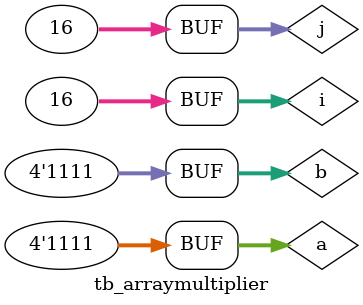
<source format=v>
`timescale 1ns / 1ps


module tb_arraymultiplier;
reg [3:0] a;
reg [3:0] b;
wire [7:0] out;
//instantiate dut
arraymultiplier am(
.a(a),
.b(b),
.out(out)
);
integer i,j;
initial begin 
$display("time\t a\t b\t out");
$monitor("%0dns , %b , %b , %b ",$time ,a,b,out );

for(i=0; i<16 ;i = i + 1)begin
for(j=0; j<16 ;j = j + 1)begin

a = i;
b = j;
#10;
end 
end 
end
endmodule


</source>
